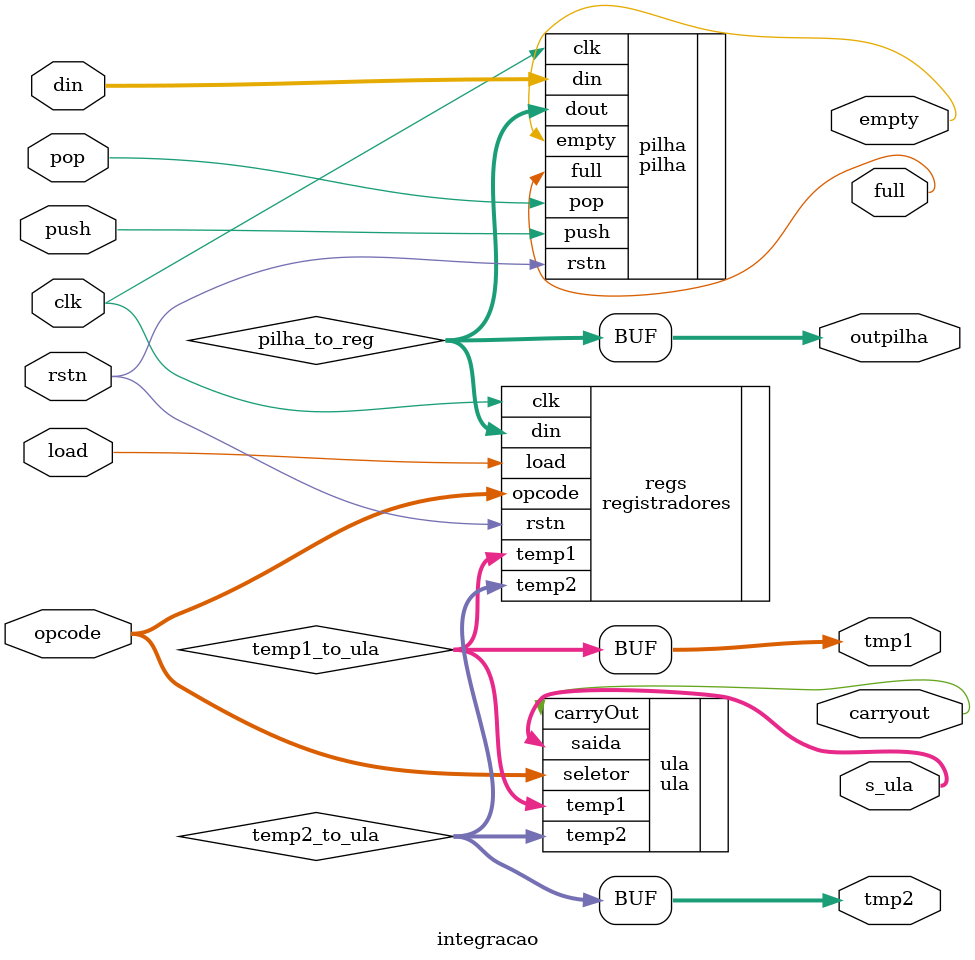
<source format=v>
module integracao(din, rstn, clk, load, opcode, empty, full, carryout, s_ula, pop, push, tmp1, tmp2, outpilha);

	input clk, rstn, pop, push, load;
	input [4:0] opcode;
	input [7:0] din;
	output empty, full, carryout;
	output [7:0] s_ula, tmp1, tmp2, outpilha;
	
	wire [7:0] pilha_to_reg;
	wire [7:0] temp1_to_ula;
	wire [7:0] temp2_to_ula;
	
	assign tmp1 = temp1_to_ula;
	assign tmp2 = temp2_to_ula;
	assign outpilha = pilha_to_reg;
	
	
	pilha pilha(.clk(clk), .rstn(rstn), .pop(pop), .push(push), .empty(empty), .full(full), .din(din), .dout(pilha_to_reg));
	registradores regs(.din(pilha_to_reg), .load(load), .clk(clk), .rstn(rstn), .opcode(opcode), .temp1(temp1_to_ula), .temp2(temp2_to_ula));
	ula ula(.temp1(temp1_to_ula), .temp2(temp2_to_ula), .seletor(opcode), .saida(s_ula), .carryOut(carryout));

	
endmodule
</source>
